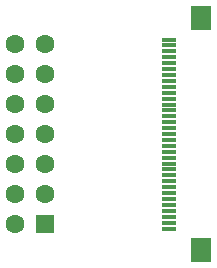
<source format=gts>
G04*
G04 #@! TF.GenerationSoftware,Altium Limited,Altium Designer,21.4.1 (30)*
G04*
G04 Layer_Color=8388736*
%FSLAX25Y25*%
%MOIN*%
G70*
G04*
G04 #@! TF.SameCoordinates,6122799F-D76E-4B8B-AD8C-C151083860E1*
G04*
G04*
G04 #@! TF.FilePolarity,Negative*
G04*
G01*
G75*
%ADD13R,0.05118X0.01181*%
%ADD14R,0.07087X0.07874*%
%ADD15C,0.06299*%
%ADD16R,0.06299X0.06299*%
D13*
X210311Y147496D02*
D03*
Y145528D02*
D03*
Y139622D02*
D03*
Y137654D02*
D03*
Y131748D02*
D03*
Y129780D02*
D03*
Y123874D02*
D03*
Y121906D02*
D03*
Y116000D02*
D03*
Y112063D02*
D03*
Y110095D02*
D03*
Y104189D02*
D03*
Y102220D02*
D03*
Y96315D02*
D03*
Y94346D02*
D03*
Y84504D02*
D03*
Y86472D02*
D03*
Y88441D02*
D03*
Y90409D02*
D03*
Y92378D02*
D03*
Y98283D02*
D03*
Y100252D02*
D03*
Y106158D02*
D03*
Y108126D02*
D03*
Y114032D02*
D03*
Y117969D02*
D03*
Y119937D02*
D03*
Y125843D02*
D03*
Y127811D02*
D03*
Y133717D02*
D03*
Y135685D02*
D03*
Y141591D02*
D03*
Y143559D02*
D03*
D14*
X221138Y77417D02*
D03*
Y154583D02*
D03*
D15*
X169000Y146000D02*
D03*
X159000D02*
D03*
Y136000D02*
D03*
X169000D02*
D03*
X159000Y126000D02*
D03*
X169000D02*
D03*
X159000Y116000D02*
D03*
X169000D02*
D03*
X159000Y106000D02*
D03*
X169000D02*
D03*
X159000Y96000D02*
D03*
X169000D02*
D03*
X159000Y86000D02*
D03*
D16*
X169000D02*
D03*
M02*

</source>
